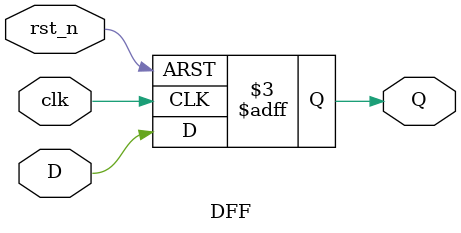
<source format=v>
module DFF #(parameter BUS_WIDTH=1
)(
	input clk,    // Clock
	input rst_n,  // Asynchronous reset active low
	input [BUS_WIDTH-1:0] D,
	output reg [BUS_WIDTH-1:0] Q	
);

always @(posedge clk or negedge rst_n) begin 
	if(~rst_n) begin
		Q <= 0;
	end else begin
		Q <= D;
	end
end

endmodule
</source>
